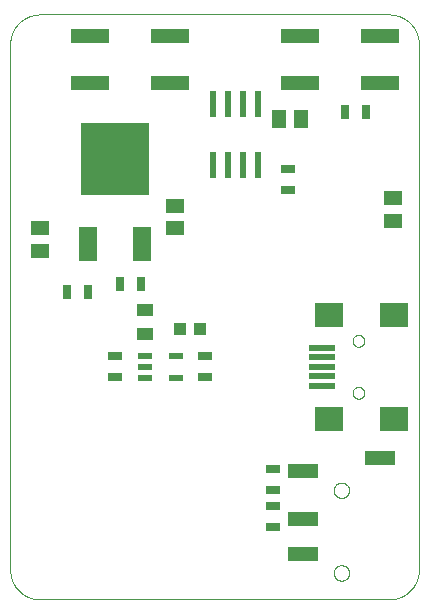
<source format=gtp>
G75*
%MOIN*%
%OFA0B0*%
%FSLAX25Y25*%
%IPPOS*%
%LPD*%
%AMOC8*
5,1,8,0,0,1.08239X$1,22.5*
%
%ADD10C,0.00000*%
%ADD11R,0.04724X0.03150*%
%ADD12R,0.03150X0.04724*%
%ADD13R,0.04724X0.02165*%
%ADD14R,0.02362X0.08661*%
%ADD15R,0.05512X0.04331*%
%ADD16R,0.03937X0.04331*%
%ADD17R,0.06299X0.05118*%
%ADD18R,0.05118X0.06299*%
%ADD19R,0.22835X0.24409*%
%ADD20R,0.06299X0.11811*%
%ADD21R,0.12598X0.04724*%
%ADD22R,0.09449X0.07874*%
%ADD23R,0.09087X0.01969*%
%ADD24R,0.09843X0.04724*%
D10*
X0001000Y0016467D02*
X0001000Y0191742D01*
X0001003Y0191980D01*
X0001011Y0192218D01*
X0001026Y0192455D01*
X0001046Y0192692D01*
X0001072Y0192928D01*
X0001103Y0193164D01*
X0001140Y0193399D01*
X0001183Y0193633D01*
X0001232Y0193866D01*
X0001286Y0194098D01*
X0001346Y0194328D01*
X0001411Y0194557D01*
X0001482Y0194784D01*
X0001558Y0195009D01*
X0001640Y0195232D01*
X0001727Y0195454D01*
X0001819Y0195673D01*
X0001917Y0195890D01*
X0002019Y0196104D01*
X0002127Y0196316D01*
X0002241Y0196526D01*
X0002359Y0196732D01*
X0002482Y0196936D01*
X0002610Y0197136D01*
X0002742Y0197333D01*
X0002880Y0197528D01*
X0003022Y0197718D01*
X0003169Y0197906D01*
X0003320Y0198089D01*
X0003475Y0198269D01*
X0003635Y0198445D01*
X0003799Y0198617D01*
X0003968Y0198786D01*
X0004140Y0198950D01*
X0004316Y0199110D01*
X0004496Y0199265D01*
X0004679Y0199416D01*
X0004867Y0199563D01*
X0005057Y0199705D01*
X0005252Y0199843D01*
X0005449Y0199975D01*
X0005649Y0200103D01*
X0005853Y0200226D01*
X0006059Y0200344D01*
X0006269Y0200458D01*
X0006481Y0200566D01*
X0006695Y0200668D01*
X0006912Y0200766D01*
X0007131Y0200858D01*
X0007353Y0200945D01*
X0007576Y0201027D01*
X0007801Y0201103D01*
X0008028Y0201174D01*
X0008257Y0201239D01*
X0008487Y0201299D01*
X0008719Y0201353D01*
X0008952Y0201402D01*
X0009186Y0201445D01*
X0009421Y0201482D01*
X0009657Y0201513D01*
X0009893Y0201539D01*
X0010130Y0201559D01*
X0010367Y0201574D01*
X0010605Y0201582D01*
X0010843Y0201585D01*
X0127358Y0201585D01*
X0127596Y0201582D01*
X0127834Y0201574D01*
X0128071Y0201559D01*
X0128308Y0201539D01*
X0128544Y0201513D01*
X0128780Y0201482D01*
X0129015Y0201445D01*
X0129249Y0201402D01*
X0129482Y0201353D01*
X0129714Y0201299D01*
X0129944Y0201239D01*
X0130173Y0201174D01*
X0130400Y0201103D01*
X0130625Y0201027D01*
X0130848Y0200945D01*
X0131070Y0200858D01*
X0131289Y0200766D01*
X0131506Y0200668D01*
X0131720Y0200566D01*
X0131932Y0200458D01*
X0132142Y0200344D01*
X0132348Y0200226D01*
X0132552Y0200103D01*
X0132752Y0199975D01*
X0132949Y0199843D01*
X0133144Y0199705D01*
X0133334Y0199563D01*
X0133522Y0199416D01*
X0133705Y0199265D01*
X0133885Y0199110D01*
X0134061Y0198950D01*
X0134233Y0198786D01*
X0134402Y0198617D01*
X0134566Y0198445D01*
X0134726Y0198269D01*
X0134881Y0198089D01*
X0135032Y0197906D01*
X0135179Y0197718D01*
X0135321Y0197528D01*
X0135459Y0197333D01*
X0135591Y0197136D01*
X0135719Y0196936D01*
X0135842Y0196732D01*
X0135960Y0196526D01*
X0136074Y0196316D01*
X0136182Y0196104D01*
X0136284Y0195890D01*
X0136382Y0195673D01*
X0136474Y0195454D01*
X0136561Y0195232D01*
X0136643Y0195009D01*
X0136719Y0194784D01*
X0136790Y0194557D01*
X0136855Y0194328D01*
X0136915Y0194098D01*
X0136969Y0193866D01*
X0137018Y0193633D01*
X0137061Y0193399D01*
X0137098Y0193164D01*
X0137129Y0192928D01*
X0137155Y0192692D01*
X0137175Y0192455D01*
X0137190Y0192218D01*
X0137198Y0191980D01*
X0137201Y0191742D01*
X0137201Y0016467D01*
X0137198Y0016229D01*
X0137190Y0015991D01*
X0137175Y0015754D01*
X0137155Y0015517D01*
X0137129Y0015281D01*
X0137098Y0015045D01*
X0137061Y0014810D01*
X0137018Y0014576D01*
X0136969Y0014343D01*
X0136915Y0014111D01*
X0136855Y0013881D01*
X0136790Y0013652D01*
X0136719Y0013425D01*
X0136643Y0013200D01*
X0136561Y0012977D01*
X0136474Y0012755D01*
X0136382Y0012536D01*
X0136284Y0012319D01*
X0136182Y0012105D01*
X0136074Y0011893D01*
X0135960Y0011683D01*
X0135842Y0011477D01*
X0135719Y0011273D01*
X0135591Y0011073D01*
X0135459Y0010876D01*
X0135321Y0010681D01*
X0135179Y0010491D01*
X0135032Y0010303D01*
X0134881Y0010120D01*
X0134726Y0009940D01*
X0134566Y0009764D01*
X0134402Y0009592D01*
X0134233Y0009423D01*
X0134061Y0009259D01*
X0133885Y0009099D01*
X0133705Y0008944D01*
X0133522Y0008793D01*
X0133334Y0008646D01*
X0133144Y0008504D01*
X0132949Y0008366D01*
X0132752Y0008234D01*
X0132552Y0008106D01*
X0132348Y0007983D01*
X0132142Y0007865D01*
X0131932Y0007751D01*
X0131720Y0007643D01*
X0131506Y0007541D01*
X0131289Y0007443D01*
X0131070Y0007351D01*
X0130848Y0007264D01*
X0130625Y0007182D01*
X0130400Y0007106D01*
X0130173Y0007035D01*
X0129944Y0006970D01*
X0129714Y0006910D01*
X0129482Y0006856D01*
X0129249Y0006807D01*
X0129015Y0006764D01*
X0128780Y0006727D01*
X0128544Y0006696D01*
X0128308Y0006670D01*
X0128071Y0006650D01*
X0127834Y0006635D01*
X0127596Y0006627D01*
X0127358Y0006624D01*
X0010843Y0006624D01*
X0010605Y0006627D01*
X0010367Y0006635D01*
X0010130Y0006650D01*
X0009893Y0006670D01*
X0009657Y0006696D01*
X0009421Y0006727D01*
X0009186Y0006764D01*
X0008952Y0006807D01*
X0008719Y0006856D01*
X0008487Y0006910D01*
X0008257Y0006970D01*
X0008028Y0007035D01*
X0007801Y0007106D01*
X0007576Y0007182D01*
X0007353Y0007264D01*
X0007131Y0007351D01*
X0006912Y0007443D01*
X0006695Y0007541D01*
X0006481Y0007643D01*
X0006269Y0007751D01*
X0006059Y0007865D01*
X0005853Y0007983D01*
X0005649Y0008106D01*
X0005449Y0008234D01*
X0005252Y0008366D01*
X0005057Y0008504D01*
X0004867Y0008646D01*
X0004679Y0008793D01*
X0004496Y0008944D01*
X0004316Y0009099D01*
X0004140Y0009259D01*
X0003968Y0009423D01*
X0003799Y0009592D01*
X0003635Y0009764D01*
X0003475Y0009940D01*
X0003320Y0010120D01*
X0003169Y0010303D01*
X0003022Y0010491D01*
X0002880Y0010681D01*
X0002742Y0010876D01*
X0002610Y0011073D01*
X0002482Y0011273D01*
X0002359Y0011477D01*
X0002241Y0011683D01*
X0002127Y0011893D01*
X0002019Y0012105D01*
X0001917Y0012319D01*
X0001819Y0012536D01*
X0001727Y0012755D01*
X0001640Y0012977D01*
X0001558Y0013200D01*
X0001482Y0013425D01*
X0001411Y0013652D01*
X0001346Y0013881D01*
X0001286Y0014111D01*
X0001232Y0014343D01*
X0001183Y0014576D01*
X0001140Y0014810D01*
X0001103Y0015045D01*
X0001072Y0015281D01*
X0001046Y0015517D01*
X0001026Y0015754D01*
X0001011Y0015991D01*
X0001003Y0016229D01*
X0001000Y0016467D01*
X0108835Y0015423D02*
X0108837Y0015524D01*
X0108843Y0015625D01*
X0108853Y0015726D01*
X0108867Y0015826D01*
X0108885Y0015925D01*
X0108907Y0016024D01*
X0108932Y0016122D01*
X0108962Y0016219D01*
X0108995Y0016314D01*
X0109032Y0016408D01*
X0109073Y0016501D01*
X0109117Y0016592D01*
X0109165Y0016681D01*
X0109217Y0016768D01*
X0109272Y0016853D01*
X0109330Y0016935D01*
X0109391Y0017016D01*
X0109456Y0017094D01*
X0109523Y0017169D01*
X0109593Y0017241D01*
X0109667Y0017311D01*
X0109743Y0017378D01*
X0109821Y0017442D01*
X0109902Y0017502D01*
X0109985Y0017559D01*
X0110071Y0017613D01*
X0110159Y0017664D01*
X0110248Y0017711D01*
X0110339Y0017755D01*
X0110432Y0017794D01*
X0110527Y0017831D01*
X0110622Y0017863D01*
X0110719Y0017892D01*
X0110818Y0017916D01*
X0110916Y0017937D01*
X0111016Y0017954D01*
X0111116Y0017967D01*
X0111217Y0017976D01*
X0111318Y0017981D01*
X0111419Y0017982D01*
X0111520Y0017979D01*
X0111621Y0017972D01*
X0111722Y0017961D01*
X0111822Y0017946D01*
X0111921Y0017927D01*
X0112020Y0017904D01*
X0112117Y0017878D01*
X0112214Y0017847D01*
X0112309Y0017813D01*
X0112402Y0017775D01*
X0112495Y0017733D01*
X0112585Y0017688D01*
X0112674Y0017639D01*
X0112760Y0017587D01*
X0112844Y0017531D01*
X0112927Y0017472D01*
X0113006Y0017410D01*
X0113084Y0017345D01*
X0113158Y0017277D01*
X0113230Y0017205D01*
X0113299Y0017132D01*
X0113365Y0017055D01*
X0113428Y0016976D01*
X0113488Y0016894D01*
X0113544Y0016810D01*
X0113597Y0016724D01*
X0113647Y0016636D01*
X0113693Y0016546D01*
X0113736Y0016455D01*
X0113775Y0016361D01*
X0113810Y0016266D01*
X0113841Y0016170D01*
X0113869Y0016073D01*
X0113893Y0015975D01*
X0113913Y0015876D01*
X0113929Y0015776D01*
X0113941Y0015675D01*
X0113949Y0015575D01*
X0113953Y0015474D01*
X0113953Y0015372D01*
X0113949Y0015271D01*
X0113941Y0015171D01*
X0113929Y0015070D01*
X0113913Y0014970D01*
X0113893Y0014871D01*
X0113869Y0014773D01*
X0113841Y0014676D01*
X0113810Y0014580D01*
X0113775Y0014485D01*
X0113736Y0014391D01*
X0113693Y0014300D01*
X0113647Y0014210D01*
X0113597Y0014122D01*
X0113544Y0014036D01*
X0113488Y0013952D01*
X0113428Y0013870D01*
X0113365Y0013791D01*
X0113299Y0013714D01*
X0113230Y0013641D01*
X0113158Y0013569D01*
X0113084Y0013501D01*
X0113006Y0013436D01*
X0112927Y0013374D01*
X0112844Y0013315D01*
X0112760Y0013259D01*
X0112673Y0013207D01*
X0112585Y0013158D01*
X0112495Y0013113D01*
X0112402Y0013071D01*
X0112309Y0013033D01*
X0112214Y0012999D01*
X0112117Y0012968D01*
X0112020Y0012942D01*
X0111921Y0012919D01*
X0111822Y0012900D01*
X0111722Y0012885D01*
X0111621Y0012874D01*
X0111520Y0012867D01*
X0111419Y0012864D01*
X0111318Y0012865D01*
X0111217Y0012870D01*
X0111116Y0012879D01*
X0111016Y0012892D01*
X0110916Y0012909D01*
X0110818Y0012930D01*
X0110719Y0012954D01*
X0110622Y0012983D01*
X0110527Y0013015D01*
X0110432Y0013052D01*
X0110339Y0013091D01*
X0110248Y0013135D01*
X0110159Y0013182D01*
X0110071Y0013233D01*
X0109985Y0013287D01*
X0109902Y0013344D01*
X0109821Y0013404D01*
X0109743Y0013468D01*
X0109667Y0013535D01*
X0109593Y0013605D01*
X0109523Y0013677D01*
X0109456Y0013752D01*
X0109391Y0013830D01*
X0109330Y0013911D01*
X0109272Y0013993D01*
X0109217Y0014078D01*
X0109165Y0014165D01*
X0109117Y0014254D01*
X0109073Y0014345D01*
X0109032Y0014438D01*
X0108995Y0014532D01*
X0108962Y0014627D01*
X0108932Y0014724D01*
X0108907Y0014822D01*
X0108885Y0014921D01*
X0108867Y0015020D01*
X0108853Y0015120D01*
X0108843Y0015221D01*
X0108837Y0015322D01*
X0108835Y0015423D01*
X0108835Y0042982D02*
X0108837Y0043083D01*
X0108843Y0043184D01*
X0108853Y0043285D01*
X0108867Y0043385D01*
X0108885Y0043484D01*
X0108907Y0043583D01*
X0108932Y0043681D01*
X0108962Y0043778D01*
X0108995Y0043873D01*
X0109032Y0043967D01*
X0109073Y0044060D01*
X0109117Y0044151D01*
X0109165Y0044240D01*
X0109217Y0044327D01*
X0109272Y0044412D01*
X0109330Y0044494D01*
X0109391Y0044575D01*
X0109456Y0044653D01*
X0109523Y0044728D01*
X0109593Y0044800D01*
X0109667Y0044870D01*
X0109743Y0044937D01*
X0109821Y0045001D01*
X0109902Y0045061D01*
X0109985Y0045118D01*
X0110071Y0045172D01*
X0110159Y0045223D01*
X0110248Y0045270D01*
X0110339Y0045314D01*
X0110432Y0045353D01*
X0110527Y0045390D01*
X0110622Y0045422D01*
X0110719Y0045451D01*
X0110818Y0045475D01*
X0110916Y0045496D01*
X0111016Y0045513D01*
X0111116Y0045526D01*
X0111217Y0045535D01*
X0111318Y0045540D01*
X0111419Y0045541D01*
X0111520Y0045538D01*
X0111621Y0045531D01*
X0111722Y0045520D01*
X0111822Y0045505D01*
X0111921Y0045486D01*
X0112020Y0045463D01*
X0112117Y0045437D01*
X0112214Y0045406D01*
X0112309Y0045372D01*
X0112402Y0045334D01*
X0112495Y0045292D01*
X0112585Y0045247D01*
X0112674Y0045198D01*
X0112760Y0045146D01*
X0112844Y0045090D01*
X0112927Y0045031D01*
X0113006Y0044969D01*
X0113084Y0044904D01*
X0113158Y0044836D01*
X0113230Y0044764D01*
X0113299Y0044691D01*
X0113365Y0044614D01*
X0113428Y0044535D01*
X0113488Y0044453D01*
X0113544Y0044369D01*
X0113597Y0044283D01*
X0113647Y0044195D01*
X0113693Y0044105D01*
X0113736Y0044014D01*
X0113775Y0043920D01*
X0113810Y0043825D01*
X0113841Y0043729D01*
X0113869Y0043632D01*
X0113893Y0043534D01*
X0113913Y0043435D01*
X0113929Y0043335D01*
X0113941Y0043234D01*
X0113949Y0043134D01*
X0113953Y0043033D01*
X0113953Y0042931D01*
X0113949Y0042830D01*
X0113941Y0042730D01*
X0113929Y0042629D01*
X0113913Y0042529D01*
X0113893Y0042430D01*
X0113869Y0042332D01*
X0113841Y0042235D01*
X0113810Y0042139D01*
X0113775Y0042044D01*
X0113736Y0041950D01*
X0113693Y0041859D01*
X0113647Y0041769D01*
X0113597Y0041681D01*
X0113544Y0041595D01*
X0113488Y0041511D01*
X0113428Y0041429D01*
X0113365Y0041350D01*
X0113299Y0041273D01*
X0113230Y0041200D01*
X0113158Y0041128D01*
X0113084Y0041060D01*
X0113006Y0040995D01*
X0112927Y0040933D01*
X0112844Y0040874D01*
X0112760Y0040818D01*
X0112673Y0040766D01*
X0112585Y0040717D01*
X0112495Y0040672D01*
X0112402Y0040630D01*
X0112309Y0040592D01*
X0112214Y0040558D01*
X0112117Y0040527D01*
X0112020Y0040501D01*
X0111921Y0040478D01*
X0111822Y0040459D01*
X0111722Y0040444D01*
X0111621Y0040433D01*
X0111520Y0040426D01*
X0111419Y0040423D01*
X0111318Y0040424D01*
X0111217Y0040429D01*
X0111116Y0040438D01*
X0111016Y0040451D01*
X0110916Y0040468D01*
X0110818Y0040489D01*
X0110719Y0040513D01*
X0110622Y0040542D01*
X0110527Y0040574D01*
X0110432Y0040611D01*
X0110339Y0040650D01*
X0110248Y0040694D01*
X0110159Y0040741D01*
X0110071Y0040792D01*
X0109985Y0040846D01*
X0109902Y0040903D01*
X0109821Y0040963D01*
X0109743Y0041027D01*
X0109667Y0041094D01*
X0109593Y0041164D01*
X0109523Y0041236D01*
X0109456Y0041311D01*
X0109391Y0041389D01*
X0109330Y0041470D01*
X0109272Y0041552D01*
X0109217Y0041637D01*
X0109165Y0041724D01*
X0109117Y0041813D01*
X0109073Y0041904D01*
X0109032Y0041997D01*
X0108995Y0042091D01*
X0108962Y0042186D01*
X0108932Y0042283D01*
X0108907Y0042381D01*
X0108885Y0042480D01*
X0108867Y0042579D01*
X0108853Y0042679D01*
X0108843Y0042780D01*
X0108837Y0042881D01*
X0108835Y0042982D01*
X0115094Y0075463D02*
X0115096Y0075551D01*
X0115102Y0075639D01*
X0115112Y0075727D01*
X0115126Y0075815D01*
X0115143Y0075901D01*
X0115165Y0075987D01*
X0115190Y0076071D01*
X0115220Y0076155D01*
X0115252Y0076237D01*
X0115289Y0076317D01*
X0115329Y0076396D01*
X0115373Y0076473D01*
X0115420Y0076548D01*
X0115470Y0076620D01*
X0115524Y0076691D01*
X0115580Y0076758D01*
X0115640Y0076824D01*
X0115702Y0076886D01*
X0115768Y0076946D01*
X0115835Y0077002D01*
X0115906Y0077056D01*
X0115978Y0077106D01*
X0116053Y0077153D01*
X0116130Y0077197D01*
X0116209Y0077237D01*
X0116289Y0077274D01*
X0116371Y0077306D01*
X0116455Y0077336D01*
X0116539Y0077361D01*
X0116625Y0077383D01*
X0116711Y0077400D01*
X0116799Y0077414D01*
X0116887Y0077424D01*
X0116975Y0077430D01*
X0117063Y0077432D01*
X0117151Y0077430D01*
X0117239Y0077424D01*
X0117327Y0077414D01*
X0117415Y0077400D01*
X0117501Y0077383D01*
X0117587Y0077361D01*
X0117671Y0077336D01*
X0117755Y0077306D01*
X0117837Y0077274D01*
X0117917Y0077237D01*
X0117996Y0077197D01*
X0118073Y0077153D01*
X0118148Y0077106D01*
X0118220Y0077056D01*
X0118291Y0077002D01*
X0118358Y0076946D01*
X0118424Y0076886D01*
X0118486Y0076824D01*
X0118546Y0076758D01*
X0118602Y0076691D01*
X0118656Y0076620D01*
X0118706Y0076548D01*
X0118753Y0076473D01*
X0118797Y0076396D01*
X0118837Y0076317D01*
X0118874Y0076237D01*
X0118906Y0076155D01*
X0118936Y0076071D01*
X0118961Y0075987D01*
X0118983Y0075901D01*
X0119000Y0075815D01*
X0119014Y0075727D01*
X0119024Y0075639D01*
X0119030Y0075551D01*
X0119032Y0075463D01*
X0119030Y0075375D01*
X0119024Y0075287D01*
X0119014Y0075199D01*
X0119000Y0075111D01*
X0118983Y0075025D01*
X0118961Y0074939D01*
X0118936Y0074855D01*
X0118906Y0074771D01*
X0118874Y0074689D01*
X0118837Y0074609D01*
X0118797Y0074530D01*
X0118753Y0074453D01*
X0118706Y0074378D01*
X0118656Y0074306D01*
X0118602Y0074235D01*
X0118546Y0074168D01*
X0118486Y0074102D01*
X0118424Y0074040D01*
X0118358Y0073980D01*
X0118291Y0073924D01*
X0118220Y0073870D01*
X0118148Y0073820D01*
X0118073Y0073773D01*
X0117996Y0073729D01*
X0117917Y0073689D01*
X0117837Y0073652D01*
X0117755Y0073620D01*
X0117671Y0073590D01*
X0117587Y0073565D01*
X0117501Y0073543D01*
X0117415Y0073526D01*
X0117327Y0073512D01*
X0117239Y0073502D01*
X0117151Y0073496D01*
X0117063Y0073494D01*
X0116975Y0073496D01*
X0116887Y0073502D01*
X0116799Y0073512D01*
X0116711Y0073526D01*
X0116625Y0073543D01*
X0116539Y0073565D01*
X0116455Y0073590D01*
X0116371Y0073620D01*
X0116289Y0073652D01*
X0116209Y0073689D01*
X0116130Y0073729D01*
X0116053Y0073773D01*
X0115978Y0073820D01*
X0115906Y0073870D01*
X0115835Y0073924D01*
X0115768Y0073980D01*
X0115702Y0074040D01*
X0115640Y0074102D01*
X0115580Y0074168D01*
X0115524Y0074235D01*
X0115470Y0074306D01*
X0115420Y0074378D01*
X0115373Y0074453D01*
X0115329Y0074530D01*
X0115289Y0074609D01*
X0115252Y0074689D01*
X0115220Y0074771D01*
X0115190Y0074855D01*
X0115165Y0074939D01*
X0115143Y0075025D01*
X0115126Y0075111D01*
X0115112Y0075199D01*
X0115102Y0075287D01*
X0115096Y0075375D01*
X0115094Y0075463D01*
X0115094Y0092785D02*
X0115096Y0092873D01*
X0115102Y0092961D01*
X0115112Y0093049D01*
X0115126Y0093137D01*
X0115143Y0093223D01*
X0115165Y0093309D01*
X0115190Y0093393D01*
X0115220Y0093477D01*
X0115252Y0093559D01*
X0115289Y0093639D01*
X0115329Y0093718D01*
X0115373Y0093795D01*
X0115420Y0093870D01*
X0115470Y0093942D01*
X0115524Y0094013D01*
X0115580Y0094080D01*
X0115640Y0094146D01*
X0115702Y0094208D01*
X0115768Y0094268D01*
X0115835Y0094324D01*
X0115906Y0094378D01*
X0115978Y0094428D01*
X0116053Y0094475D01*
X0116130Y0094519D01*
X0116209Y0094559D01*
X0116289Y0094596D01*
X0116371Y0094628D01*
X0116455Y0094658D01*
X0116539Y0094683D01*
X0116625Y0094705D01*
X0116711Y0094722D01*
X0116799Y0094736D01*
X0116887Y0094746D01*
X0116975Y0094752D01*
X0117063Y0094754D01*
X0117151Y0094752D01*
X0117239Y0094746D01*
X0117327Y0094736D01*
X0117415Y0094722D01*
X0117501Y0094705D01*
X0117587Y0094683D01*
X0117671Y0094658D01*
X0117755Y0094628D01*
X0117837Y0094596D01*
X0117917Y0094559D01*
X0117996Y0094519D01*
X0118073Y0094475D01*
X0118148Y0094428D01*
X0118220Y0094378D01*
X0118291Y0094324D01*
X0118358Y0094268D01*
X0118424Y0094208D01*
X0118486Y0094146D01*
X0118546Y0094080D01*
X0118602Y0094013D01*
X0118656Y0093942D01*
X0118706Y0093870D01*
X0118753Y0093795D01*
X0118797Y0093718D01*
X0118837Y0093639D01*
X0118874Y0093559D01*
X0118906Y0093477D01*
X0118936Y0093393D01*
X0118961Y0093309D01*
X0118983Y0093223D01*
X0119000Y0093137D01*
X0119014Y0093049D01*
X0119024Y0092961D01*
X0119030Y0092873D01*
X0119032Y0092785D01*
X0119030Y0092697D01*
X0119024Y0092609D01*
X0119014Y0092521D01*
X0119000Y0092433D01*
X0118983Y0092347D01*
X0118961Y0092261D01*
X0118936Y0092177D01*
X0118906Y0092093D01*
X0118874Y0092011D01*
X0118837Y0091931D01*
X0118797Y0091852D01*
X0118753Y0091775D01*
X0118706Y0091700D01*
X0118656Y0091628D01*
X0118602Y0091557D01*
X0118546Y0091490D01*
X0118486Y0091424D01*
X0118424Y0091362D01*
X0118358Y0091302D01*
X0118291Y0091246D01*
X0118220Y0091192D01*
X0118148Y0091142D01*
X0118073Y0091095D01*
X0117996Y0091051D01*
X0117917Y0091011D01*
X0117837Y0090974D01*
X0117755Y0090942D01*
X0117671Y0090912D01*
X0117587Y0090887D01*
X0117501Y0090865D01*
X0117415Y0090848D01*
X0117327Y0090834D01*
X0117239Y0090824D01*
X0117151Y0090818D01*
X0117063Y0090816D01*
X0116975Y0090818D01*
X0116887Y0090824D01*
X0116799Y0090834D01*
X0116711Y0090848D01*
X0116625Y0090865D01*
X0116539Y0090887D01*
X0116455Y0090912D01*
X0116371Y0090942D01*
X0116289Y0090974D01*
X0116209Y0091011D01*
X0116130Y0091051D01*
X0116053Y0091095D01*
X0115978Y0091142D01*
X0115906Y0091192D01*
X0115835Y0091246D01*
X0115768Y0091302D01*
X0115702Y0091362D01*
X0115640Y0091424D01*
X0115580Y0091490D01*
X0115524Y0091557D01*
X0115470Y0091628D01*
X0115420Y0091700D01*
X0115373Y0091775D01*
X0115329Y0091852D01*
X0115289Y0091931D01*
X0115252Y0092011D01*
X0115220Y0092093D01*
X0115190Y0092177D01*
X0115165Y0092261D01*
X0115143Y0092347D01*
X0115126Y0092433D01*
X0115112Y0092521D01*
X0115102Y0092609D01*
X0115096Y0092697D01*
X0115094Y0092785D01*
D11*
X0088500Y0050167D03*
X0088500Y0043081D03*
X0088500Y0037667D03*
X0088500Y0030581D03*
X0066000Y0080581D03*
X0066000Y0087667D03*
X0036000Y0087667D03*
X0036000Y0080581D03*
X0093500Y0143081D03*
X0093500Y0150167D03*
D12*
X0112457Y0169124D03*
X0119543Y0169124D03*
X0044543Y0111624D03*
X0037457Y0111624D03*
X0027043Y0109124D03*
X0019957Y0109124D03*
D13*
X0045882Y0087864D03*
X0045882Y0084124D03*
X0045882Y0080384D03*
X0056118Y0080384D03*
X0056118Y0087864D03*
D14*
X0068500Y0151388D03*
X0073500Y0151388D03*
X0078500Y0151388D03*
X0083500Y0151388D03*
X0083500Y0171860D03*
X0078500Y0171860D03*
X0073500Y0171860D03*
X0068500Y0171860D03*
D15*
X0046000Y0103061D03*
X0046000Y0095187D03*
D16*
X0057654Y0096624D03*
X0064346Y0096624D03*
D17*
X0056000Y0130384D03*
X0056000Y0137864D03*
X0011000Y0130364D03*
X0011000Y0122884D03*
X0128500Y0132884D03*
X0128500Y0140364D03*
D18*
X0098028Y0166624D03*
X0090547Y0166624D03*
D19*
X0036000Y0153494D03*
D20*
X0027024Y0125226D03*
X0044976Y0125226D03*
D21*
X0054386Y0178750D03*
X0054386Y0194498D03*
X0027614Y0194498D03*
X0027614Y0178750D03*
X0097614Y0178750D03*
X0097614Y0194498D03*
X0124386Y0194498D03*
X0124386Y0178750D03*
D22*
X0128874Y0101447D03*
X0107220Y0101447D03*
X0107220Y0066801D03*
X0128874Y0066801D03*
D23*
X0105000Y0077825D03*
X0105000Y0080974D03*
X0105000Y0084124D03*
X0105000Y0087274D03*
X0105000Y0090423D03*
D24*
X0124189Y0053612D03*
X0098598Y0049281D03*
X0098598Y0033533D03*
X0098598Y0021722D03*
M02*

</source>
